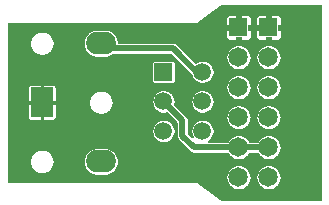
<source format=gtl>
%FSLAX33Y33*%
%MOMM*%
%AMRR-H1920000-W2520000-R960000-RO0.000*
21,1,0.6,1.92,0.,0.,360*
1,1,1.92,-0.3,0.*
1,1,1.92,0.3,0.*
1,1,1.92,0.3,-0.*
1,1,1.92,-0.3,0.*%
%AMRect-W1500000-H1500000-RO0.500*
21,1,1.5,1.5,0.,0.,270*%
%ADD10C,0.0508*%
%ADD11C,0.508*%
%ADD12R,1.65X1.65*%
%ADD13C,1.65*%
%ADD14R,1.92X2.52*%
%ADD15RR-H1920000-W2520000-R960000-RO0.000*%
%ADD16C,1.5*%
%ADD17Rect-W1500000-H1500000-RO0.500*%
D10*
%LNpour fill*%
G01*
X27000Y17000D02*
X27000Y17000D01*
X18500Y17000*
X16500Y15500*
X16500Y15500*
X0500Y15500*
X0500Y2000*
X16500Y2000*
X16500Y2000*
X18500Y0500*
X27000Y0500*
X27000Y17000*
X20825Y14071D02*
X20200Y14071D01*
X20200Y14326*
X19800Y14326*
X19800Y14071*
X19175Y14071*
X19143Y14073*
X19112Y14081*
X19082Y14093*
X19055Y14110*
X19031Y14131*
X19010Y14155*
X18993Y14182*
X18981Y14212*
X18973Y14243*
X18971Y14275*
X18971Y14900*
X19226Y14900*
X19226Y15300*
X18971Y15300*
X18971Y15925*
X18973Y15957*
X18981Y15988*
X18993Y16018*
X19010Y16045*
X19031Y16069*
X19055Y16090*
X19082Y16107*
X19112Y16119*
X19143Y16127*
X19175Y16129*
X19800Y16129*
X19800Y15874*
X20200Y15874*
X20200Y16129*
X20825Y16129*
X20857Y16127*
X20888Y16119*
X20918Y16107*
X20945Y16090*
X20969Y16069*
X20990Y16045*
X21007Y16018*
X21019Y15988*
X21027Y15957*
X21029Y15925*
X21029Y15300*
X20774Y15300*
X20774Y14900*
X21029Y14900*
X21029Y14275*
X21027Y14243*
X21019Y14212*
X21007Y14182*
X20990Y14155*
X20969Y14131*
X20945Y14110*
X20918Y14093*
X20888Y14081*
X20857Y14073*
X20825Y14071*
X23365Y14071D02*
X22740Y14071D01*
X22740Y14326*
X22340Y14326*
X22340Y14071*
X21715Y14071*
X21683Y14073*
X21652Y14081*
X21622Y14093*
X21595Y14110*
X21571Y14131*
X21550Y14155*
X21533Y14182*
X21521Y14212*
X21513Y14243*
X21511Y14275*
X21511Y14900*
X21766Y14900*
X21766Y15300*
X21511Y15300*
X21511Y15925*
X21513Y15957*
X21521Y15988*
X21533Y16018*
X21550Y16045*
X21571Y16069*
X21595Y16090*
X21622Y16107*
X21652Y16119*
X21683Y16127*
X21715Y16129*
X22340Y16129*
X22340Y15874*
X22740Y15874*
X22740Y16129*
X23365Y16129*
X23397Y16127*
X23428Y16119*
X23458Y16107*
X23485Y16090*
X23509Y16069*
X23530Y16045*
X23547Y16018*
X23559Y15988*
X23567Y15957*
X23569Y15925*
X23569Y15300*
X23314Y15300*
X23314Y14900*
X23569Y14900*
X23569Y14275*
X23567Y14243*
X23559Y14212*
X23547Y14182*
X23530Y14155*
X23509Y14131*
X23485Y14110*
X23458Y14093*
X23428Y14081*
X23397Y14073*
X23365Y14071*
X16950Y10367D02*
X16861Y10376D01*
X16854Y10378*
X16835Y10378*
X16612Y10433*
X16408Y10540*
X16236Y10692*
X16105Y10882*
X16019Y11108*
X14260Y12867*
X9409Y12867*
X9232Y12743*
X9048Y12657*
X8852Y12604*
X8650Y12587*
X8050Y12587*
X7848Y12604*
X7652Y12657*
X7468Y12743*
X7302Y12859*
X7159Y13002*
X7043Y13168*
X6957Y13352*
X6904Y13548*
X6887Y13750*
X6904Y13952*
X6957Y14148*
X7043Y14332*
X7159Y14498*
X7302Y14641*
X7468Y14757*
X7652Y14843*
X7848Y14896*
X8050Y14913*
X8650Y14913*
X8852Y14896*
X9048Y14843*
X9232Y14757*
X9398Y14641*
X9541Y14498*
X9657Y14332*
X9743Y14148*
X9796Y13952*
X9810Y13783*
X14450Y13783*
X14539Y13774*
X14625Y13748*
X14705Y13706*
X14774Y13649*
X16357Y12066*
X16408Y12110*
X16612Y12217*
X16835Y12272*
X17065Y12272*
X17288Y12217*
X17492Y12110*
X17664Y11958*
X17795Y11768*
X17876Y11553*
X17904Y11325*
X17876Y11097*
X17795Y10882*
X17664Y10692*
X17492Y10540*
X17288Y10433*
X17065Y10378*
X17046Y10378*
X17039Y10376*
X16950Y10367*
X3471Y12753D02*
X3229Y12753D01*
X2994Y12811*
X2780Y12924*
X2598Y13084*
X2461Y13283*
X2375Y13510*
X2346Y13750*
X2375Y13990*
X2461Y14217*
X2598Y14416*
X2780Y14576*
X2994Y14689*
X3229Y14747*
X3471Y14747*
X3706Y14689*
X3920Y14576*
X4102Y14416*
X4239Y14217*
X4325Y13990*
X4354Y13750*
X4325Y13510*
X4239Y13283*
X4102Y13084*
X3920Y12924*
X3706Y12811*
X3471Y12753*
X20124Y11538D02*
X19876Y11538D01*
X19635Y11598*
X19415Y11713*
X19230Y11878*
X19089Y12082*
X19001Y12314*
X18971Y12560*
X19001Y12806*
X19089Y13038*
X19230Y13242*
X19415Y13407*
X19635Y13522*
X19876Y13582*
X20124Y13582*
X20365Y13522*
X20585Y13407*
X20770Y13242*
X20911Y13038*
X20999Y12806*
X21029Y12560*
X20999Y12314*
X20911Y12082*
X20770Y11878*
X20585Y11713*
X20365Y11598*
X20124Y11538*
X22664Y11538D02*
X22416Y11538D01*
X22175Y11598*
X21955Y11713*
X21770Y11878*
X21629Y12082*
X21541Y12314*
X21511Y12560*
X21541Y12806*
X21629Y13038*
X21770Y13242*
X21955Y13407*
X22175Y13522*
X22416Y13582*
X22664Y13582*
X22905Y13522*
X23125Y13407*
X23310Y13242*
X23451Y13038*
X23539Y12806*
X23569Y12560*
X23539Y12314*
X23451Y12082*
X23310Y11878*
X23125Y11713*
X22905Y11598*
X22664Y11538*
X14400Y10371D02*
X12900Y10371D01*
X12868Y10373*
X12837Y10381*
X12807Y10393*
X12780Y10410*
X12756Y10431*
X12735Y10455*
X12718Y10482*
X12706Y10512*
X12698Y10543*
X12696Y10575*
X12696Y12075*
X12698Y12107*
X12706Y12138*
X12718Y12168*
X12735Y12195*
X12756Y12219*
X12780Y12240*
X12807Y12257*
X12837Y12269*
X12868Y12277*
X12900Y12279*
X14400Y12279*
X14432Y12277*
X14463Y12269*
X14493Y12257*
X14520Y12240*
X14544Y12219*
X14565Y12195*
X14582Y12168*
X14594Y12138*
X14602Y12107*
X14604Y12075*
X14604Y10575*
X14602Y10543*
X14594Y10512*
X14582Y10482*
X14565Y10455*
X14544Y10431*
X14520Y10410*
X14493Y10393*
X14463Y10381*
X14432Y10373*
X14400Y10371*
X20124Y8998D02*
X19876Y8998D01*
X19635Y9058*
X19415Y9173*
X19230Y9338*
X19089Y9542*
X19001Y9774*
X18971Y10020*
X19001Y10266*
X19089Y10498*
X19230Y10702*
X19415Y10867*
X19635Y10982*
X19876Y11042*
X20124Y11042*
X20365Y10982*
X20585Y10867*
X20770Y10702*
X20911Y10498*
X20999Y10266*
X21029Y10020*
X20999Y9774*
X20911Y9542*
X20770Y9338*
X20585Y9173*
X20365Y9058*
X20124Y8998*
X22664Y8998D02*
X22416Y8998D01*
X22175Y9058*
X21955Y9173*
X21770Y9338*
X21629Y9542*
X21541Y9774*
X21511Y10020*
X21541Y10266*
X21629Y10498*
X21770Y10702*
X21955Y10867*
X22175Y10982*
X22416Y11042*
X22664Y11042*
X22905Y10982*
X23125Y10867*
X23310Y10702*
X23451Y10498*
X23539Y10266*
X23569Y10020*
X23539Y9774*
X23451Y9542*
X23310Y9338*
X23125Y9173*
X22905Y9058*
X22664Y8998*
X4310Y7286D02*
X3452Y7286D01*
X3452Y7541*
X3248Y7541*
X3248Y7286*
X2390Y7286*
X2358Y7288*
X2327Y7296*
X2297Y7308*
X2270Y7325*
X2246Y7346*
X2225Y7370*
X2208Y7397*
X2196Y7427*
X2188Y7458*
X2186Y7490*
X2186Y8648*
X2441Y8648*
X2441Y8852*
X2186Y8852*
X2186Y10010*
X2188Y10042*
X2196Y10073*
X2208Y10103*
X2225Y10130*
X2246Y10154*
X2270Y10175*
X2297Y10192*
X2327Y10204*
X2358Y10212*
X2390Y10214*
X3248Y10214*
X3248Y9959*
X3452Y9959*
X3452Y10214*
X4310Y10214*
X4342Y10212*
X4373Y10204*
X4403Y10192*
X4430Y10175*
X4454Y10154*
X4475Y10130*
X4492Y10103*
X4504Y10073*
X4512Y10042*
X4514Y10010*
X4514Y8852*
X4259Y8852*
X4259Y8648*
X4514Y8648*
X4514Y7490*
X4512Y7458*
X4504Y7427*
X4492Y7397*
X4475Y7370*
X4454Y7346*
X4430Y7325*
X4403Y7308*
X4373Y7296*
X4342Y7288*
X4310Y7286*
X20124Y3918D02*
X19876Y3918D01*
X19635Y3978*
X19415Y4093*
X19230Y4258*
X19075Y4482*
X16235Y4482*
X16146Y4491*
X16060Y4517*
X15980Y4559*
X15911Y4616*
X14926Y5601*
X14869Y5670*
X14827Y5750*
X14801Y5836*
X14792Y5925*
X14792Y7035*
X13913Y7914*
X13765Y7878*
X13535Y7878*
X13312Y7933*
X13108Y8040*
X12936Y8192*
X12805Y8382*
X12724Y8597*
X12696Y8825*
X12724Y9053*
X12805Y9268*
X12936Y9458*
X13108Y9610*
X13312Y9717*
X13535Y9772*
X13765Y9772*
X13988Y9717*
X14192Y9610*
X14364Y9458*
X14495Y9268*
X14576Y9053*
X14604Y8825*
X14576Y8597*
X14563Y8560*
X15574Y7549*
X15631Y7480*
X15673Y7400*
X15699Y7314*
X15708Y7225*
X15708Y6115*
X16032Y5791*
X16118Y5847*
X16024Y6097*
X15996Y6325*
X16024Y6553*
X16105Y6768*
X16236Y6958*
X16408Y7110*
X16612Y7217*
X16835Y7272*
X17065Y7272*
X17288Y7217*
X17492Y7110*
X17664Y6958*
X17795Y6768*
X17876Y6553*
X17904Y6325*
X17876Y6097*
X17795Y5882*
X17664Y5692*
X17492Y5540*
X17406Y5495*
X17430Y5398*
X19075Y5398*
X19230Y5622*
X19415Y5787*
X19635Y5902*
X19876Y5962*
X20124Y5962*
X20365Y5902*
X20585Y5787*
X20770Y5622*
X20925Y5398*
X21615Y5398*
X21770Y5622*
X21955Y5787*
X22175Y5902*
X22416Y5962*
X22664Y5962*
X22905Y5902*
X23125Y5787*
X23310Y5622*
X23451Y5418*
X23539Y5186*
X23569Y4940*
X23539Y4694*
X23451Y4462*
X23310Y4258*
X23125Y4093*
X22905Y3978*
X22664Y3918*
X22416Y3918*
X22175Y3978*
X21955Y4093*
X21770Y4258*
X21615Y4482*
X20925Y4482*
X20770Y4258*
X20585Y4093*
X20365Y3978*
X20124Y3918*
X17065Y7878D02*
X16835Y7878D01*
X16612Y7933*
X16408Y8040*
X16236Y8192*
X16105Y8382*
X16024Y8597*
X15996Y8825*
X16024Y9053*
X16105Y9268*
X16236Y9458*
X16408Y9610*
X16612Y9717*
X16835Y9772*
X17065Y9772*
X17288Y9717*
X17492Y9610*
X17664Y9458*
X17795Y9268*
X17876Y9053*
X17904Y8825*
X17876Y8597*
X17795Y8382*
X17664Y8192*
X17492Y8040*
X17288Y7933*
X17065Y7878*
X8471Y7753D02*
X8229Y7753D01*
X7994Y7811*
X7780Y7924*
X7598Y8084*
X7461Y8283*
X7375Y8510*
X7346Y8750*
X7375Y8990*
X7461Y9217*
X7598Y9416*
X7780Y9576*
X7994Y9689*
X8229Y9747*
X8471Y9747*
X8706Y9689*
X8920Y9576*
X9102Y9416*
X9239Y9217*
X9325Y8990*
X9354Y8750*
X9325Y8510*
X9239Y8283*
X9102Y8084*
X8920Y7924*
X8706Y7811*
X8471Y7753*
X20124Y6458D02*
X19876Y6458D01*
X19635Y6518*
X19415Y6633*
X19230Y6798*
X19089Y7002*
X19001Y7234*
X18971Y7480*
X19001Y7726*
X19089Y7958*
X19230Y8162*
X19415Y8327*
X19635Y8442*
X19876Y8502*
X20124Y8502*
X20365Y8442*
X20585Y8327*
X20770Y8162*
X20911Y7958*
X20999Y7726*
X21029Y7480*
X20999Y7234*
X20911Y7002*
X20770Y6798*
X20585Y6633*
X20365Y6518*
X20124Y6458*
X22664Y6458D02*
X22416Y6458D01*
X22175Y6518*
X21955Y6633*
X21770Y6798*
X21629Y7002*
X21541Y7234*
X21511Y7480*
X21541Y7726*
X21629Y7958*
X21770Y8162*
X21955Y8327*
X22175Y8442*
X22416Y8502*
X22664Y8502*
X22905Y8442*
X23125Y8327*
X23310Y8162*
X23451Y7958*
X23539Y7726*
X23569Y7480*
X23539Y7234*
X23451Y7002*
X23310Y6798*
X23125Y6633*
X22905Y6518*
X22664Y6458*
X13765Y5378D02*
X13535Y5378D01*
X13312Y5433*
X13108Y5540*
X12936Y5692*
X12805Y5882*
X12724Y6097*
X12696Y6325*
X12724Y6553*
X12805Y6768*
X12936Y6958*
X13108Y7110*
X13312Y7217*
X13535Y7272*
X13765Y7272*
X13988Y7217*
X14192Y7110*
X14364Y6958*
X14495Y6768*
X14576Y6553*
X14604Y6325*
X14576Y6097*
X14495Y5882*
X14364Y5692*
X14192Y5540*
X13988Y5433*
X13765Y5378*
X8650Y2587D02*
X8050Y2587D01*
X7848Y2604*
X7652Y2657*
X7468Y2743*
X7302Y2859*
X7159Y3002*
X7043Y3168*
X6957Y3352*
X6904Y3548*
X6887Y3750*
X6904Y3952*
X6957Y4148*
X7043Y4332*
X7159Y4498*
X7302Y4641*
X7468Y4757*
X7652Y4843*
X7848Y4896*
X8050Y4913*
X8650Y4913*
X8852Y4896*
X9048Y4843*
X9232Y4757*
X9398Y4641*
X9541Y4498*
X9657Y4332*
X9743Y4148*
X9796Y3952*
X9813Y3750*
X9796Y3548*
X9743Y3352*
X9657Y3168*
X9541Y3002*
X9398Y2859*
X9232Y2743*
X9048Y2657*
X8852Y2604*
X8650Y2587*
X3471Y2753D02*
X3229Y2753D01*
X2994Y2811*
X2780Y2924*
X2598Y3084*
X2461Y3283*
X2375Y3510*
X2346Y3750*
X2375Y3990*
X2461Y4217*
X2598Y4416*
X2780Y4576*
X2994Y4689*
X3229Y4747*
X3471Y4747*
X3706Y4689*
X3920Y4576*
X4102Y4416*
X4239Y4217*
X4325Y3990*
X4354Y3750*
X4325Y3510*
X4239Y3283*
X4102Y3084*
X3920Y2924*
X3706Y2811*
X3471Y2753*
X20124Y1378D02*
X19876Y1378D01*
X19635Y1438*
X19415Y1553*
X19230Y1718*
X19089Y1922*
X19001Y2154*
X18971Y2400*
X19001Y2646*
X19089Y2878*
X19230Y3082*
X19415Y3247*
X19635Y3362*
X19876Y3422*
X20124Y3422*
X20365Y3362*
X20585Y3247*
X20770Y3082*
X20911Y2878*
X20999Y2646*
X21029Y2400*
X20999Y2154*
X20911Y1922*
X20770Y1718*
X20585Y1553*
X20365Y1438*
X20124Y1378*
X22664Y1378D02*
X22416Y1378D01*
X22175Y1438*
X21955Y1553*
X21770Y1718*
X21629Y1922*
X21541Y2154*
X21511Y2400*
X21541Y2646*
X21629Y2878*
X21770Y3082*
X21955Y3247*
X22175Y3362*
X22416Y3422*
X22664Y3422*
X22905Y3362*
X23125Y3247*
X23310Y3082*
X23451Y2878*
X23539Y2646*
X23569Y2400*
X23539Y2154*
X23451Y1922*
X23310Y1718*
X23125Y1553*
X22905Y1438*
X22664Y1378*
X18434Y0550D02*
X27000Y0550D01*
X18368Y0599D02*
X27000Y0599D01*
X18302Y0649D02*
X27000Y0649D01*
X18236Y0698D02*
X27000Y0698D01*
X18170Y0748D02*
X27000Y0748D01*
X18104Y0797D02*
X27000Y0797D01*
X18038Y0847D02*
X27000Y0847D01*
X17972Y0896D02*
X27000Y0896D01*
X17906Y0946D02*
X27000Y0946D01*
X17840Y0995D02*
X27000Y0995D01*
X17774Y1045D02*
X27000Y1045D01*
X17708Y1094D02*
X27000Y1094D01*
X17641Y1144D02*
X27000Y1144D01*
X17575Y1193D02*
X27000Y1193D01*
X17509Y1243D02*
X27000Y1243D01*
X17443Y1292D02*
X27000Y1292D01*
X17377Y1342D02*
X27000Y1342D01*
X17311Y1392D02*
X19821Y1392D01*
X20179Y1392D02*
X22361Y1392D01*
X22719Y1392D02*
X27000Y1392D01*
X17245Y1441D02*
X19628Y1441D01*
X20372Y1441D02*
X22168Y1441D01*
X22912Y1441D02*
X27000Y1441D01*
X17179Y1491D02*
X19534Y1491D01*
X20466Y1491D02*
X22074Y1491D01*
X23006Y1491D02*
X27000Y1491D01*
X17113Y1540D02*
X19439Y1540D01*
X20561Y1540D02*
X21979Y1540D01*
X23101Y1540D02*
X27000Y1540D01*
X17047Y1590D02*
X19374Y1590D01*
X20626Y1590D02*
X21914Y1590D01*
X23166Y1590D02*
X27000Y1590D01*
X16981Y1639D02*
X19318Y1639D01*
X20682Y1639D02*
X21858Y1639D01*
X23222Y1639D02*
X27000Y1639D01*
X16915Y1689D02*
X19262Y1689D01*
X20738Y1689D02*
X21802Y1689D01*
X23278Y1689D02*
X27000Y1689D01*
X16849Y1738D02*
X19215Y1738D01*
X20785Y1738D02*
X21755Y1738D01*
X23325Y1738D02*
X27000Y1738D01*
X16783Y1788D02*
X19181Y1788D01*
X20819Y1788D02*
X21721Y1788D01*
X23359Y1788D02*
X27000Y1788D01*
X16717Y1837D02*
X19147Y1837D01*
X20853Y1837D02*
X21687Y1837D01*
X23393Y1837D02*
X27000Y1837D01*
X16651Y1887D02*
X19112Y1887D01*
X20888Y1887D02*
X21652Y1887D01*
X23428Y1887D02*
X27000Y1887D01*
X16585Y1936D02*
X19083Y1936D01*
X20917Y1936D02*
X21623Y1936D01*
X23457Y1936D02*
X27000Y1936D01*
X16519Y1986D02*
X19064Y1986D01*
X20936Y1986D02*
X21604Y1986D01*
X23476Y1986D02*
X27000Y1986D01*
X0500Y2035D02*
X19045Y2035D01*
X20955Y2035D02*
X21585Y2035D01*
X23495Y2035D02*
X27000Y2035D01*
X0500Y2085D02*
X19027Y2085D01*
X20973Y2085D02*
X21567Y2085D01*
X23513Y2085D02*
X27000Y2085D01*
X0500Y2134D02*
X19008Y2134D01*
X20992Y2134D02*
X21548Y2134D01*
X23532Y2134D02*
X27000Y2134D01*
X0500Y2184D02*
X18997Y2184D01*
X21003Y2184D02*
X21537Y2184D01*
X23543Y2184D02*
X27000Y2184D01*
X0500Y2234D02*
X18991Y2234D01*
X21009Y2234D02*
X21531Y2234D01*
X23549Y2234D02*
X27000Y2234D01*
X0500Y2283D02*
X18985Y2283D01*
X21015Y2283D02*
X21525Y2283D01*
X23555Y2283D02*
X27000Y2283D01*
X0500Y2333D02*
X18979Y2333D01*
X21021Y2333D02*
X21519Y2333D01*
X23561Y2333D02*
X27000Y2333D01*
X0500Y2382D02*
X18973Y2382D01*
X21027Y2382D02*
X21513Y2382D01*
X23567Y2382D02*
X27000Y2382D01*
X0500Y2432D02*
X18974Y2432D01*
X21026Y2432D02*
X21514Y2432D01*
X23566Y2432D02*
X27000Y2432D01*
X0500Y2481D02*
X18980Y2481D01*
X21020Y2481D02*
X21520Y2481D01*
X23560Y2481D02*
X27000Y2481D01*
X0500Y2531D02*
X18986Y2531D01*
X21014Y2531D02*
X21526Y2531D01*
X23554Y2531D02*
X27000Y2531D01*
X0500Y2580D02*
X18992Y2580D01*
X21008Y2580D02*
X21532Y2580D01*
X23548Y2580D02*
X27000Y2580D01*
X0500Y2630D02*
X7753Y2630D01*
X8947Y2630D02*
X18998Y2630D01*
X21002Y2630D02*
X21538Y2630D01*
X23542Y2630D02*
X27000Y2630D01*
X0500Y2679D02*
X7604Y2679D01*
X9096Y2679D02*
X19013Y2679D01*
X20987Y2679D02*
X21553Y2679D01*
X23527Y2679D02*
X27000Y2679D01*
X0500Y2729D02*
X7497Y2729D01*
X9203Y2729D02*
X19032Y2729D01*
X20968Y2729D02*
X21572Y2729D01*
X23508Y2729D02*
X27000Y2729D01*
X0500Y2778D02*
X3125Y2778D01*
X3575Y2778D02*
X7417Y2778D01*
X9283Y2778D02*
X19051Y2778D01*
X20949Y2778D02*
X21591Y2778D01*
X23489Y2778D02*
X27000Y2778D01*
X0500Y2828D02*
X2961Y2828D01*
X3739Y2828D02*
X7346Y2828D01*
X9354Y2828D02*
X19069Y2828D01*
X20931Y2828D02*
X21609Y2828D01*
X23471Y2828D02*
X27000Y2828D01*
X0500Y2877D02*
X2867Y2877D01*
X3833Y2877D02*
X7283Y2877D01*
X9417Y2877D02*
X19088Y2877D01*
X20912Y2877D02*
X21628Y2877D01*
X23452Y2877D02*
X27000Y2877D01*
X0500Y2927D02*
X2775Y2927D01*
X3925Y2927D02*
X7234Y2927D01*
X9466Y2927D02*
X19122Y2927D01*
X20878Y2927D02*
X21662Y2927D01*
X23418Y2927D02*
X27000Y2927D01*
X0500Y2977D02*
X2719Y2977D01*
X3981Y2977D02*
X7184Y2977D01*
X9516Y2977D02*
X19156Y2977D01*
X20844Y2977D02*
X21696Y2977D01*
X23384Y2977D02*
X27000Y2977D01*
X0500Y3026D02*
X2663Y3026D01*
X4036Y3026D02*
X7142Y3026D01*
X9558Y3026D02*
X19190Y3026D01*
X20810Y3026D02*
X21730Y3026D01*
X23350Y3026D02*
X27000Y3026D01*
X0500Y3076D02*
X2608Y3076D01*
X4092Y3076D02*
X7107Y3076D01*
X9593Y3076D02*
X19225Y3076D01*
X20775Y3076D02*
X21765Y3076D01*
X23315Y3076D02*
X27000Y3076D01*
X0500Y3125D02*
X2570Y3125D01*
X4130Y3125D02*
X7073Y3125D01*
X9627Y3125D02*
X19277Y3125D01*
X20723Y3125D02*
X21817Y3125D01*
X23263Y3125D02*
X27000Y3125D01*
X0500Y3175D02*
X2536Y3175D01*
X4164Y3175D02*
X7039Y3175D01*
X9661Y3175D02*
X19333Y3175D01*
X20667Y3175D02*
X21873Y3175D01*
X23207Y3175D02*
X27000Y3175D01*
X0500Y3224D02*
X2501Y3224D01*
X4199Y3224D02*
X7016Y3224D01*
X9684Y3224D02*
X19389Y3224D01*
X20611Y3224D02*
X21929Y3224D01*
X23151Y3224D02*
X27000Y3224D01*
X0500Y3274D02*
X2467Y3274D01*
X4233Y3274D02*
X6993Y3274D01*
X9707Y3274D02*
X19466Y3274D01*
X20534Y3274D02*
X22006Y3274D01*
X23074Y3274D02*
X27000Y3274D01*
X0500Y3323D02*
X2445Y3323D01*
X4255Y3323D02*
X6970Y3323D01*
X9730Y3323D02*
X19560Y3323D01*
X20440Y3323D02*
X22100Y3323D01*
X22980Y3323D02*
X27000Y3323D01*
X0500Y3373D02*
X2427Y3373D01*
X4273Y3373D02*
X6951Y3373D01*
X9749Y3373D02*
X19676Y3373D01*
X20324Y3373D02*
X22216Y3373D01*
X22864Y3373D02*
X27000Y3373D01*
X0500Y3422D02*
X2408Y3422D01*
X4292Y3422D02*
X6938Y3422D01*
X9762Y3422D02*
X27000Y3422D01*
X0500Y3472D02*
X2389Y3472D01*
X4311Y3472D02*
X6925Y3472D01*
X9775Y3472D02*
X27000Y3472D01*
X0500Y3521D02*
X2373Y3521D01*
X4327Y3521D02*
X6911Y3521D01*
X9789Y3521D02*
X27000Y3521D01*
X0500Y3571D02*
X2367Y3571D01*
X4333Y3571D02*
X6902Y3571D01*
X9798Y3571D02*
X27000Y3571D01*
X0500Y3620D02*
X2361Y3620D01*
X4339Y3620D02*
X6898Y3620D01*
X9802Y3620D02*
X27000Y3620D01*
X0500Y3670D02*
X2355Y3670D01*
X4345Y3670D02*
X6894Y3670D01*
X9806Y3670D02*
X27000Y3670D01*
X0500Y3719D02*
X2349Y3719D01*
X4351Y3719D02*
X6889Y3719D01*
X9811Y3719D02*
X27000Y3719D01*
X0500Y3769D02*
X2348Y3769D01*
X4352Y3769D02*
X6888Y3769D01*
X9812Y3769D02*
X27000Y3769D01*
X0500Y3819D02*
X2354Y3819D01*
X4346Y3819D02*
X6893Y3819D01*
X9807Y3819D02*
X27000Y3819D01*
X0500Y3868D02*
X2360Y3868D01*
X4340Y3868D02*
X6897Y3868D01*
X9803Y3868D02*
X27000Y3868D01*
X0500Y3918D02*
X2366Y3918D01*
X4334Y3918D02*
X6901Y3918D01*
X9799Y3918D02*
X27000Y3918D01*
X0500Y3967D02*
X2372Y3967D01*
X4328Y3967D02*
X6908Y3967D01*
X9792Y3967D02*
X19677Y3967D01*
X20323Y3967D02*
X22217Y3967D01*
X22863Y3967D02*
X27000Y3967D01*
X0500Y4017D02*
X2385Y4017D01*
X4315Y4017D02*
X6922Y4017D01*
X9778Y4017D02*
X19560Y4017D01*
X20440Y4017D02*
X22100Y4017D01*
X22980Y4017D02*
X27000Y4017D01*
X0500Y4066D02*
X2403Y4066D01*
X4297Y4066D02*
X6935Y4066D01*
X9765Y4066D02*
X19466Y4066D01*
X20534Y4066D02*
X22006Y4066D01*
X23074Y4066D02*
X27000Y4066D01*
X0500Y4116D02*
X2422Y4116D01*
X4278Y4116D02*
X6948Y4116D01*
X9752Y4116D02*
X19389Y4116D01*
X20611Y4116D02*
X21929Y4116D01*
X23151Y4116D02*
X27000Y4116D01*
X0500Y4165D02*
X2441Y4165D01*
X4259Y4165D02*
X6965Y4165D01*
X9735Y4165D02*
X19333Y4165D01*
X20667Y4165D02*
X21873Y4165D01*
X23207Y4165D02*
X27000Y4165D01*
X0500Y4215D02*
X2460Y4215D01*
X4240Y4215D02*
X6988Y4215D01*
X9712Y4215D02*
X19278Y4215D01*
X20722Y4215D02*
X21818Y4215D01*
X23262Y4215D02*
X27000Y4215D01*
X0500Y4264D02*
X2493Y4264D01*
X4207Y4264D02*
X7011Y4264D01*
X9689Y4264D02*
X19225Y4264D01*
X20775Y4264D02*
X21765Y4264D01*
X23315Y4264D02*
X27000Y4264D01*
X0500Y4314D02*
X2528Y4314D01*
X4172Y4314D02*
X7034Y4314D01*
X9666Y4314D02*
X19190Y4314D01*
X20810Y4314D02*
X21730Y4314D01*
X23350Y4314D02*
X27000Y4314D01*
X0500Y4363D02*
X2562Y4363D01*
X4138Y4363D02*
X7065Y4363D01*
X9635Y4363D02*
X19156Y4363D01*
X20844Y4363D02*
X21696Y4363D01*
X23384Y4363D02*
X27000Y4363D01*
X0500Y4413D02*
X2596Y4413D01*
X4104Y4413D02*
X7099Y4413D01*
X9601Y4413D02*
X19122Y4413D01*
X20878Y4413D02*
X21662Y4413D01*
X23418Y4413D02*
X27000Y4413D01*
X0500Y4462D02*
X2650Y4462D01*
X4050Y4462D02*
X7134Y4462D01*
X9566Y4462D02*
X19088Y4462D01*
X20912Y4462D02*
X21628Y4462D01*
X23452Y4462D02*
X27000Y4462D01*
X0500Y4512D02*
X2706Y4512D01*
X3994Y4512D02*
X7173Y4512D01*
X9527Y4512D02*
X16074Y4512D01*
X23471Y4512D02*
X27000Y4512D01*
X0500Y4561D02*
X2762Y4561D01*
X3938Y4561D02*
X7222Y4561D01*
X9478Y4561D02*
X15977Y4561D01*
X23489Y4561D02*
X27000Y4561D01*
X0500Y4611D02*
X2845Y4611D01*
X3855Y4611D02*
X7272Y4611D01*
X9428Y4611D02*
X15917Y4611D01*
X23508Y4611D02*
X27000Y4611D01*
X0500Y4661D02*
X2939Y4661D01*
X3761Y4661D02*
X7330Y4661D01*
X9370Y4661D02*
X15866Y4661D01*
X23527Y4661D02*
X27000Y4661D01*
X0500Y4710D02*
X3078Y4710D01*
X3622Y4710D02*
X7400Y4710D01*
X9300Y4710D02*
X15817Y4710D01*
X23542Y4710D02*
X27000Y4710D01*
X0500Y4760D02*
X7473Y4760D01*
X9227Y4760D02*
X15767Y4760D01*
X23548Y4760D02*
X27000Y4760D01*
X0500Y4809D02*
X7579Y4809D01*
X9121Y4809D02*
X15718Y4809D01*
X23554Y4809D02*
X27000Y4809D01*
X0500Y4859D02*
X7709Y4859D01*
X8991Y4859D02*
X15668Y4859D01*
X23560Y4859D02*
X27000Y4859D01*
X0500Y4908D02*
X7990Y4908D01*
X8710Y4908D02*
X15618Y4908D01*
X23566Y4908D02*
X27000Y4908D01*
X0500Y4958D02*
X15569Y4958D01*
X23567Y4958D02*
X27000Y4958D01*
X0500Y5007D02*
X15519Y5007D01*
X23561Y5007D02*
X27000Y5007D01*
X0500Y5057D02*
X15470Y5057D01*
X23555Y5057D02*
X27000Y5057D01*
X0500Y5106D02*
X15420Y5106D01*
X23549Y5106D02*
X27000Y5106D01*
X0500Y5156D02*
X15371Y5156D01*
X23543Y5156D02*
X27000Y5156D01*
X0500Y5205D02*
X15321Y5205D01*
X23532Y5205D02*
X27000Y5205D01*
X0500Y5255D02*
X15272Y5255D01*
X23514Y5255D02*
X27000Y5255D01*
X0500Y5304D02*
X15222Y5304D01*
X23495Y5304D02*
X27000Y5304D01*
X0500Y5354D02*
X15173Y5354D01*
X23476Y5354D02*
X27000Y5354D01*
X0500Y5403D02*
X13430Y5403D01*
X13870Y5403D02*
X15123Y5403D01*
X17429Y5403D02*
X19078Y5403D01*
X20922Y5403D02*
X21618Y5403D01*
X23457Y5403D02*
X27000Y5403D01*
X0500Y5453D02*
X13273Y5453D01*
X14027Y5453D02*
X15074Y5453D01*
X17417Y5453D02*
X19112Y5453D01*
X20888Y5453D02*
X21652Y5453D01*
X23428Y5453D02*
X27000Y5453D01*
X0500Y5503D02*
X13178Y5503D01*
X14122Y5503D02*
X15024Y5503D01*
X17422Y5503D02*
X19147Y5503D01*
X20853Y5503D02*
X21687Y5503D01*
X23393Y5503D02*
X27000Y5503D01*
X0500Y5552D02*
X13094Y5552D01*
X14206Y5552D02*
X14975Y5552D01*
X17506Y5552D02*
X19181Y5552D01*
X20819Y5552D02*
X21721Y5552D01*
X23359Y5552D02*
X27000Y5552D01*
X0500Y5602D02*
X13038Y5602D01*
X14262Y5602D02*
X14925Y5602D01*
X17562Y5602D02*
X19215Y5602D01*
X20785Y5602D02*
X21755Y5602D01*
X23325Y5602D02*
X27000Y5602D01*
X0500Y5651D02*
X12982Y5651D01*
X14318Y5651D02*
X14885Y5651D01*
X17618Y5651D02*
X19262Y5651D01*
X20738Y5651D02*
X21802Y5651D01*
X23278Y5651D02*
X27000Y5651D01*
X0500Y5701D02*
X12930Y5701D01*
X14370Y5701D02*
X14853Y5701D01*
X17670Y5701D02*
X19317Y5701D01*
X20683Y5701D02*
X21857Y5701D01*
X23223Y5701D02*
X27000Y5701D01*
X0500Y5750D02*
X12895Y5750D01*
X14405Y5750D02*
X14826Y5750D01*
X17705Y5750D02*
X19373Y5750D01*
X20627Y5750D02*
X21913Y5750D01*
X23167Y5750D02*
X27000Y5750D01*
X0500Y5800D02*
X12861Y5800D01*
X14439Y5800D02*
X14811Y5800D01*
X16024Y5800D02*
X16046Y5800D01*
X17739Y5800D02*
X19439Y5800D01*
X20561Y5800D02*
X21979Y5800D01*
X23101Y5800D02*
X27000Y5800D01*
X0500Y5849D02*
X12827Y5849D01*
X14473Y5849D02*
X14799Y5849D01*
X15974Y5849D02*
X16117Y5849D01*
X17773Y5849D02*
X19533Y5849D01*
X20467Y5849D02*
X22073Y5849D01*
X23007Y5849D02*
X27000Y5849D01*
X0500Y5899D02*
X12798Y5899D01*
X14502Y5899D02*
X14794Y5899D01*
X15925Y5899D02*
X16098Y5899D01*
X17802Y5899D02*
X19628Y5899D01*
X20372Y5899D02*
X22168Y5899D01*
X22912Y5899D02*
X27000Y5899D01*
X0500Y5948D02*
X12780Y5948D01*
X14520Y5948D02*
X14792Y5948D01*
X15875Y5948D02*
X16080Y5948D01*
X17820Y5948D02*
X19821Y5948D01*
X20179Y5948D02*
X22361Y5948D01*
X22719Y5948D02*
X27000Y5948D01*
X0500Y5998D02*
X12761Y5998D01*
X14539Y5998D02*
X14792Y5998D01*
X15826Y5998D02*
X16061Y5998D01*
X17839Y5998D02*
X27000Y5998D01*
X0500Y6047D02*
X12742Y6047D01*
X14558Y6047D02*
X14792Y6047D01*
X15776Y6047D02*
X16042Y6047D01*
X17858Y6047D02*
X27000Y6047D01*
X0500Y6097D02*
X12723Y6097D01*
X14577Y6097D02*
X14792Y6097D01*
X15726Y6097D02*
X16023Y6097D01*
X17877Y6097D02*
X27000Y6097D01*
X0500Y6146D02*
X12717Y6146D01*
X14583Y6146D02*
X14792Y6146D01*
X15708Y6146D02*
X16017Y6146D01*
X17883Y6146D02*
X27000Y6146D01*
X0500Y6196D02*
X12711Y6196D01*
X14589Y6196D02*
X14792Y6196D01*
X15708Y6196D02*
X16011Y6196D01*
X17889Y6196D02*
X27000Y6196D01*
X0500Y6245D02*
X12705Y6245D01*
X14595Y6245D02*
X14792Y6245D01*
X15708Y6245D02*
X16005Y6245D01*
X17895Y6245D02*
X27000Y6245D01*
X0500Y6295D02*
X12699Y6295D01*
X14601Y6295D02*
X14792Y6295D01*
X15708Y6295D02*
X15999Y6295D01*
X17901Y6295D02*
X27000Y6295D01*
X0500Y6345D02*
X12698Y6345D01*
X14602Y6345D02*
X14792Y6345D01*
X15708Y6345D02*
X15998Y6345D01*
X17902Y6345D02*
X27000Y6345D01*
X0500Y6394D02*
X12704Y6394D01*
X14596Y6394D02*
X14792Y6394D01*
X15708Y6394D02*
X16004Y6394D01*
X17896Y6394D02*
X27000Y6394D01*
X0500Y6444D02*
X12710Y6444D01*
X14590Y6444D02*
X14792Y6444D01*
X15708Y6444D02*
X16010Y6444D01*
X17890Y6444D02*
X27000Y6444D01*
X0500Y6493D02*
X12716Y6493D01*
X14584Y6493D02*
X14792Y6493D01*
X15708Y6493D02*
X16016Y6493D01*
X17884Y6493D02*
X19734Y6493D01*
X20266Y6493D02*
X22274Y6493D01*
X22806Y6493D02*
X27000Y6493D01*
X0500Y6543D02*
X12722Y6543D01*
X14578Y6543D02*
X14792Y6543D01*
X15708Y6543D02*
X16022Y6543D01*
X17878Y6543D02*
X19587Y6543D01*
X20413Y6543D02*
X22127Y6543D01*
X22953Y6543D02*
X27000Y6543D01*
X0500Y6592D02*
X12738Y6592D01*
X14562Y6592D02*
X14792Y6592D01*
X15708Y6592D02*
X16038Y6592D01*
X17862Y6592D02*
X19493Y6592D01*
X20507Y6592D02*
X22033Y6592D01*
X23047Y6592D02*
X27000Y6592D01*
X0500Y6642D02*
X12757Y6642D01*
X14543Y6642D02*
X14792Y6642D01*
X15708Y6642D02*
X16057Y6642D01*
X17843Y6642D02*
X19405Y6642D01*
X20595Y6642D02*
X21945Y6642D01*
X23135Y6642D02*
X27000Y6642D01*
X0500Y6691D02*
X12776Y6691D01*
X14524Y6691D02*
X14792Y6691D01*
X15708Y6691D02*
X16076Y6691D01*
X17824Y6691D02*
X19349Y6691D01*
X20651Y6691D02*
X21889Y6691D01*
X23191Y6691D02*
X27000Y6691D01*
X0500Y6741D02*
X12794Y6741D01*
X14506Y6741D02*
X14792Y6741D01*
X15708Y6741D02*
X16094Y6741D01*
X17806Y6741D02*
X19293Y6741D01*
X20707Y6741D02*
X21833Y6741D01*
X23247Y6741D02*
X27000Y6741D01*
X0500Y6790D02*
X12820Y6790D01*
X14480Y6790D02*
X14792Y6790D01*
X15708Y6790D02*
X16120Y6790D01*
X17780Y6790D02*
X19237Y6790D01*
X20763Y6790D02*
X21777Y6790D01*
X23303Y6790D02*
X27000Y6790D01*
X0500Y6840D02*
X12854Y6840D01*
X14446Y6840D02*
X14792Y6840D01*
X15708Y6840D02*
X16154Y6840D01*
X17746Y6840D02*
X19200Y6840D01*
X20800Y6840D02*
X21740Y6840D01*
X23340Y6840D02*
X27000Y6840D01*
X0500Y6889D02*
X12888Y6889D01*
X14412Y6889D02*
X14792Y6889D01*
X15708Y6889D02*
X16188Y6889D01*
X17712Y6889D02*
X19166Y6889D01*
X20834Y6889D02*
X21706Y6889D01*
X23374Y6889D02*
X27000Y6889D01*
X0500Y6939D02*
X12922Y6939D01*
X14378Y6939D02*
X14792Y6939D01*
X15708Y6939D02*
X16222Y6939D01*
X17678Y6939D02*
X19132Y6939D01*
X20868Y6939D02*
X21672Y6939D01*
X23408Y6939D02*
X27000Y6939D01*
X0500Y6988D02*
X12970Y6988D01*
X14330Y6988D02*
X14792Y6988D01*
X15708Y6988D02*
X16270Y6988D01*
X17630Y6988D02*
X19098Y6988D01*
X20902Y6988D02*
X21638Y6988D01*
X23442Y6988D02*
X27000Y6988D01*
X0500Y7038D02*
X13026Y7038D01*
X14274Y7038D02*
X14789Y7038D01*
X15708Y7038D02*
X16326Y7038D01*
X17574Y7038D02*
X19075Y7038D01*
X20925Y7038D02*
X21615Y7038D01*
X23465Y7038D02*
X27000Y7038D01*
X0500Y7087D02*
X13082Y7087D01*
X14218Y7087D02*
X14739Y7087D01*
X15708Y7087D02*
X16382Y7087D01*
X17518Y7087D02*
X19056Y7087D01*
X20944Y7087D02*
X21596Y7087D01*
X23484Y7087D02*
X27000Y7087D01*
X0500Y7137D02*
X13158Y7137D01*
X14142Y7137D02*
X14690Y7137D01*
X15708Y7137D02*
X16458Y7137D01*
X17442Y7137D02*
X19037Y7137D01*
X20963Y7137D02*
X21577Y7137D01*
X23503Y7137D02*
X27000Y7137D01*
X0500Y7187D02*
X13253Y7187D01*
X14047Y7187D02*
X14640Y7187D01*
X15708Y7187D02*
X16553Y7187D01*
X17347Y7187D02*
X19018Y7187D01*
X20982Y7187D02*
X21558Y7187D01*
X23522Y7187D02*
X27000Y7187D01*
X0500Y7236D02*
X13387Y7236D01*
X13913Y7236D02*
X14591Y7236D01*
X15707Y7236D02*
X16687Y7236D01*
X17213Y7236D02*
X19000Y7236D01*
X21000Y7236D02*
X21540Y7236D01*
X23540Y7236D02*
X27000Y7236D01*
X0500Y7286D02*
X14541Y7286D01*
X15702Y7286D02*
X18994Y7286D01*
X21006Y7286D02*
X21534Y7286D01*
X23546Y7286D02*
X27000Y7286D01*
X0500Y7335D02*
X2257Y7335D01*
X3249Y7335D02*
X3451Y7335D01*
X4443Y7335D02*
X14492Y7335D01*
X15693Y7335D02*
X18988Y7335D01*
X21012Y7335D02*
X21528Y7335D01*
X23552Y7335D02*
X27000Y7335D01*
X0500Y7385D02*
X2215Y7385D01*
X3249Y7385D02*
X3451Y7385D01*
X4485Y7385D02*
X14442Y7385D01*
X15678Y7385D02*
X18982Y7385D01*
X21018Y7385D02*
X21522Y7385D01*
X23558Y7385D02*
X27000Y7385D01*
X0500Y7434D02*
X2194Y7434D01*
X3249Y7434D02*
X3451Y7434D01*
X4506Y7434D02*
X14392Y7434D01*
X15656Y7434D02*
X18976Y7434D01*
X21024Y7434D02*
X21516Y7434D01*
X23564Y7434D02*
X27000Y7434D01*
X0500Y7484D02*
X2186Y7484D01*
X3249Y7484D02*
X3451Y7484D01*
X4514Y7484D02*
X14343Y7484D01*
X15628Y7484D02*
X18971Y7484D01*
X21029Y7484D02*
X21511Y7484D01*
X23569Y7484D02*
X27000Y7484D01*
X0500Y7533D02*
X2186Y7533D01*
X3249Y7533D02*
X3451Y7533D01*
X4514Y7533D02*
X14293Y7533D01*
X15587Y7533D02*
X18977Y7533D01*
X21023Y7533D02*
X21517Y7533D01*
X23563Y7533D02*
X27000Y7533D01*
X0500Y7583D02*
X2186Y7583D01*
X4514Y7583D02*
X14244Y7583D01*
X15541Y7583D02*
X18983Y7583D01*
X21017Y7583D02*
X21523Y7583D01*
X23557Y7583D02*
X27000Y7583D01*
X0500Y7632D02*
X2186Y7632D01*
X4514Y7632D02*
X14194Y7632D01*
X15491Y7632D02*
X18989Y7632D01*
X21011Y7632D02*
X21529Y7632D01*
X23551Y7632D02*
X27000Y7632D01*
X0500Y7682D02*
X2186Y7682D01*
X4514Y7682D02*
X14145Y7682D01*
X15442Y7682D02*
X18995Y7682D01*
X21005Y7682D02*
X21535Y7682D01*
X23545Y7682D02*
X27000Y7682D01*
X0500Y7731D02*
X2186Y7731D01*
X4514Y7731D02*
X14095Y7731D01*
X15392Y7731D02*
X19002Y7731D01*
X20998Y7731D02*
X21542Y7731D01*
X23538Y7731D02*
X27000Y7731D01*
X0500Y7781D02*
X2186Y7781D01*
X4514Y7781D02*
X8115Y7781D01*
X8585Y7781D02*
X14046Y7781D01*
X15342Y7781D02*
X19021Y7781D01*
X20979Y7781D02*
X21561Y7781D01*
X23519Y7781D02*
X27000Y7781D01*
X0500Y7830D02*
X2186Y7830D01*
X4514Y7830D02*
X7956Y7830D01*
X8744Y7830D02*
X13996Y7830D01*
X15293Y7830D02*
X19040Y7830D01*
X20960Y7830D02*
X21580Y7830D01*
X23500Y7830D02*
X27000Y7830D01*
X0500Y7880D02*
X2186Y7880D01*
X4514Y7880D02*
X7862Y7880D01*
X8838Y7880D02*
X13525Y7880D01*
X13775Y7880D02*
X13947Y7880D01*
X15243Y7880D02*
X16825Y7880D01*
X17075Y7880D02*
X19059Y7880D01*
X20941Y7880D02*
X21599Y7880D01*
X23481Y7880D02*
X27000Y7880D01*
X0500Y7929D02*
X2186Y7929D01*
X4514Y7929D02*
X7772Y7929D01*
X8928Y7929D02*
X13324Y7929D01*
X15194Y7929D02*
X16624Y7929D01*
X17276Y7929D02*
X19077Y7929D01*
X20923Y7929D02*
X21617Y7929D01*
X23463Y7929D02*
X27000Y7929D01*
X0500Y7979D02*
X2186Y7979D01*
X4514Y7979D02*
X7717Y7979D01*
X8983Y7979D02*
X13223Y7979D01*
X15144Y7979D02*
X16523Y7979D01*
X17377Y7979D02*
X19103Y7979D01*
X20897Y7979D02*
X21643Y7979D01*
X23437Y7979D02*
X27000Y7979D01*
X0500Y8029D02*
X2186Y8029D01*
X4514Y8029D02*
X7661Y8029D01*
X9039Y8029D02*
X13129Y8029D01*
X15095Y8029D02*
X16429Y8029D01*
X17471Y8029D02*
X19137Y8029D01*
X20863Y8029D02*
X21677Y8029D01*
X23403Y8029D02*
X27000Y8029D01*
X0500Y8078D02*
X2186Y8078D01*
X4514Y8078D02*
X7605Y8078D01*
X9095Y8078D02*
X13064Y8078D01*
X15045Y8078D02*
X16364Y8078D01*
X17536Y8078D02*
X19171Y8078D01*
X20829Y8078D02*
X21711Y8078D01*
X23369Y8078D02*
X27000Y8078D01*
X0500Y8128D02*
X2186Y8128D01*
X4514Y8128D02*
X7568Y8128D01*
X9132Y8128D02*
X13008Y8128D01*
X14996Y8128D02*
X16308Y8128D01*
X17592Y8128D02*
X19205Y8128D01*
X20795Y8128D02*
X21745Y8128D01*
X23335Y8128D02*
X27000Y8128D01*
X0500Y8177D02*
X2186Y8177D01*
X4514Y8177D02*
X7534Y8177D01*
X9166Y8177D02*
X12952Y8177D01*
X14946Y8177D02*
X16252Y8177D01*
X17648Y8177D02*
X19246Y8177D01*
X20754Y8177D02*
X21786Y8177D01*
X23294Y8177D02*
X27000Y8177D01*
X0500Y8227D02*
X2186Y8227D01*
X4514Y8227D02*
X7500Y8227D01*
X9200Y8227D02*
X12912Y8227D01*
X14897Y8227D02*
X16212Y8227D01*
X17688Y8227D02*
X19302Y8227D01*
X20698Y8227D02*
X21842Y8227D01*
X23238Y8227D02*
X27000Y8227D01*
X0500Y8276D02*
X2186Y8276D01*
X4514Y8276D02*
X7465Y8276D01*
X9235Y8276D02*
X12878Y8276D01*
X14847Y8276D02*
X16178Y8276D01*
X17722Y8276D02*
X19358Y8276D01*
X20642Y8276D02*
X21898Y8276D01*
X23182Y8276D02*
X27000Y8276D01*
X0500Y8326D02*
X2186Y8326D01*
X4514Y8326D02*
X7444Y8326D01*
X9256Y8326D02*
X12843Y8326D01*
X14798Y8326D02*
X16143Y8326D01*
X17757Y8326D02*
X19414Y8326D01*
X20586Y8326D02*
X21954Y8326D01*
X23126Y8326D02*
X27000Y8326D01*
X0500Y8375D02*
X2186Y8375D01*
X4514Y8375D02*
X7426Y8375D01*
X9274Y8375D02*
X12809Y8375D01*
X14748Y8375D02*
X16109Y8375D01*
X17791Y8375D02*
X19507Y8375D01*
X20493Y8375D02*
X22047Y8375D01*
X23033Y8375D02*
X27000Y8375D01*
X0500Y8425D02*
X2186Y8425D01*
X4514Y8425D02*
X7407Y8425D01*
X9293Y8425D02*
X12788Y8425D01*
X14699Y8425D02*
X16088Y8425D01*
X17812Y8425D02*
X19601Y8425D01*
X20399Y8425D02*
X22141Y8425D01*
X22939Y8425D02*
X27000Y8425D01*
X0500Y8474D02*
X2186Y8474D01*
X4514Y8474D02*
X7388Y8474D01*
X9312Y8474D02*
X12770Y8474D01*
X14649Y8474D02*
X16070Y8474D01*
X17830Y8474D02*
X19764Y8474D01*
X20236Y8474D02*
X22304Y8474D01*
X22776Y8474D02*
X27000Y8474D01*
X0500Y8524D02*
X2186Y8524D01*
X4514Y8524D02*
X7373Y8524D01*
X9327Y8524D02*
X12751Y8524D01*
X14599Y8524D02*
X16051Y8524D01*
X17849Y8524D02*
X27000Y8524D01*
X0500Y8573D02*
X2186Y8573D01*
X4514Y8573D02*
X7367Y8573D01*
X9333Y8573D02*
X12732Y8573D01*
X14568Y8573D02*
X16032Y8573D01*
X17868Y8573D02*
X27000Y8573D01*
X0500Y8623D02*
X2186Y8623D01*
X4514Y8623D02*
X7361Y8623D01*
X9339Y8623D02*
X12720Y8623D01*
X14580Y8623D02*
X16020Y8623D01*
X17880Y8623D02*
X27000Y8623D01*
X0500Y8672D02*
X2441Y8672D01*
X4259Y8672D02*
X7355Y8672D01*
X9345Y8672D02*
X12714Y8672D01*
X14586Y8672D02*
X16014Y8672D01*
X17886Y8672D02*
X27000Y8672D01*
X0500Y8722D02*
X2441Y8722D01*
X4259Y8722D02*
X7349Y8722D01*
X9351Y8722D02*
X12708Y8722D01*
X14592Y8722D02*
X16008Y8722D01*
X17892Y8722D02*
X27000Y8722D01*
X0500Y8772D02*
X2441Y8772D01*
X4259Y8772D02*
X7348Y8772D01*
X9352Y8772D02*
X12702Y8772D01*
X14598Y8772D02*
X16002Y8772D01*
X17898Y8772D02*
X27000Y8772D01*
X0500Y8821D02*
X2441Y8821D01*
X4259Y8821D02*
X7354Y8821D01*
X9346Y8821D02*
X12696Y8821D01*
X14604Y8821D02*
X15996Y8821D01*
X17904Y8821D02*
X27000Y8821D01*
X0500Y8871D02*
X2186Y8871D01*
X4514Y8871D02*
X7360Y8871D01*
X9340Y8871D02*
X12701Y8871D01*
X14599Y8871D02*
X16001Y8871D01*
X17899Y8871D02*
X27000Y8871D01*
X0500Y8920D02*
X2186Y8920D01*
X4514Y8920D02*
X7366Y8920D01*
X9334Y8920D02*
X12707Y8920D01*
X14593Y8920D02*
X16007Y8920D01*
X17893Y8920D02*
X27000Y8920D01*
X0500Y8970D02*
X2186Y8970D01*
X4514Y8970D02*
X7372Y8970D01*
X9328Y8970D02*
X12713Y8970D01*
X14587Y8970D02*
X16013Y8970D01*
X17887Y8970D02*
X27000Y8970D01*
X0500Y9019D02*
X2186Y9019D01*
X4514Y9019D02*
X7386Y9019D01*
X9314Y9019D02*
X12719Y9019D01*
X14581Y9019D02*
X16019Y9019D01*
X17881Y9019D02*
X19790Y9019D01*
X20210Y9019D02*
X22330Y9019D01*
X22750Y9019D02*
X27000Y9019D01*
X0500Y9069D02*
X2186Y9069D01*
X4514Y9069D02*
X7404Y9069D01*
X9296Y9069D02*
X12729Y9069D01*
X14571Y9069D02*
X16029Y9069D01*
X17871Y9069D02*
X19614Y9069D01*
X20386Y9069D02*
X22154Y9069D01*
X22926Y9069D02*
X27000Y9069D01*
X0500Y9118D02*
X2186Y9118D01*
X4514Y9118D02*
X7423Y9118D01*
X9277Y9118D02*
X12748Y9118D01*
X14552Y9118D02*
X16048Y9118D01*
X17852Y9118D02*
X19519Y9118D01*
X20481Y9118D02*
X22059Y9118D01*
X23021Y9118D02*
X27000Y9118D01*
X0500Y9168D02*
X2186Y9168D01*
X4514Y9168D02*
X7442Y9168D01*
X9258Y9168D02*
X12767Y9168D01*
X14533Y9168D02*
X16067Y9168D01*
X17833Y9168D02*
X19425Y9168D01*
X20575Y9168D02*
X21965Y9168D01*
X23115Y9168D02*
X27000Y9168D01*
X0500Y9217D02*
X2186Y9217D01*
X4514Y9217D02*
X7461Y9217D01*
X9239Y9217D02*
X12785Y9217D01*
X14515Y9217D02*
X16085Y9217D01*
X17815Y9217D02*
X19365Y9217D01*
X20635Y9217D02*
X21905Y9217D01*
X23175Y9217D02*
X27000Y9217D01*
X0500Y9267D02*
X2186Y9267D01*
X4514Y9267D02*
X7495Y9267D01*
X9205Y9267D02*
X12804Y9267D01*
X14496Y9267D02*
X16104Y9267D01*
X17796Y9267D02*
X19309Y9267D01*
X20691Y9267D02*
X21849Y9267D01*
X23231Y9267D02*
X27000Y9267D01*
X0500Y9316D02*
X2186Y9316D01*
X4514Y9316D02*
X7529Y9316D01*
X9171Y9316D02*
X12838Y9316D01*
X14462Y9316D02*
X16138Y9316D01*
X17762Y9316D02*
X19253Y9316D01*
X20747Y9316D02*
X21793Y9316D01*
X23287Y9316D02*
X27000Y9316D01*
X0500Y9366D02*
X2186Y9366D01*
X4514Y9366D02*
X7563Y9366D01*
X9137Y9366D02*
X12872Y9366D01*
X14428Y9366D02*
X16172Y9366D01*
X17728Y9366D02*
X19210Y9366D01*
X20790Y9366D02*
X21750Y9366D01*
X23330Y9366D02*
X27000Y9366D01*
X0500Y9415D02*
X2186Y9415D01*
X4514Y9415D02*
X7598Y9415D01*
X9102Y9415D02*
X12906Y9415D01*
X14394Y9415D02*
X16206Y9415D01*
X17694Y9415D02*
X19176Y9415D01*
X20824Y9415D02*
X21716Y9415D01*
X23364Y9415D02*
X27000Y9415D01*
X0500Y9465D02*
X2186Y9465D01*
X4514Y9465D02*
X7653Y9465D01*
X9047Y9465D02*
X12943Y9465D01*
X14357Y9465D02*
X16243Y9465D01*
X17657Y9465D02*
X19141Y9465D01*
X20859Y9465D02*
X21681Y9465D01*
X23399Y9465D02*
X27000Y9465D01*
X0500Y9514D02*
X2186Y9514D01*
X4514Y9514D02*
X7709Y9514D01*
X8991Y9514D02*
X12999Y9514D01*
X14301Y9514D02*
X16299Y9514D01*
X17601Y9514D02*
X19107Y9514D01*
X20893Y9514D02*
X21647Y9514D01*
X23433Y9514D02*
X27000Y9514D01*
X0500Y9564D02*
X2186Y9564D01*
X4514Y9564D02*
X7765Y9564D01*
X8935Y9564D02*
X13055Y9564D01*
X14245Y9564D02*
X16355Y9564D01*
X17545Y9564D02*
X19080Y9564D01*
X20920Y9564D02*
X21620Y9564D01*
X23460Y9564D02*
X27000Y9564D01*
X0500Y9614D02*
X2186Y9614D01*
X4514Y9614D02*
X7850Y9614D01*
X8850Y9614D02*
X13114Y9614D01*
X14186Y9614D02*
X16414Y9614D01*
X17486Y9614D02*
X19061Y9614D01*
X20939Y9614D02*
X21601Y9614D01*
X23479Y9614D02*
X27000Y9614D01*
X0500Y9663D02*
X2186Y9663D01*
X4514Y9663D02*
X7944Y9663D01*
X8756Y9663D02*
X13208Y9663D01*
X14092Y9663D02*
X16508Y9663D01*
X17392Y9663D02*
X19042Y9663D01*
X20958Y9663D02*
X21582Y9663D01*
X23498Y9663D02*
X27000Y9663D01*
X0500Y9713D02*
X2186Y9713D01*
X4514Y9713D02*
X8089Y9713D01*
X8611Y9713D02*
X13302Y9713D01*
X13998Y9713D02*
X16602Y9713D01*
X17298Y9713D02*
X19024Y9713D01*
X20976Y9713D02*
X21564Y9713D01*
X23516Y9713D02*
X27000Y9713D01*
X0500Y9762D02*
X2186Y9762D01*
X4514Y9762D02*
X13493Y9762D01*
X13807Y9762D02*
X16793Y9762D01*
X17107Y9762D02*
X19005Y9762D01*
X20995Y9762D02*
X21545Y9762D01*
X23535Y9762D02*
X27000Y9762D01*
X0500Y9812D02*
X2186Y9812D01*
X4514Y9812D02*
X18996Y9812D01*
X21004Y9812D02*
X21536Y9812D01*
X23544Y9812D02*
X27000Y9812D01*
X0500Y9861D02*
X2186Y9861D01*
X4514Y9861D02*
X18990Y9861D01*
X21010Y9861D02*
X21530Y9861D01*
X23550Y9861D02*
X27000Y9861D01*
X0500Y9911D02*
X2186Y9911D01*
X4514Y9911D02*
X18984Y9911D01*
X21016Y9911D02*
X21524Y9911D01*
X23556Y9911D02*
X27000Y9911D01*
X0500Y9960D02*
X2186Y9960D01*
X3249Y9960D02*
X3451Y9960D01*
X4514Y9960D02*
X18978Y9960D01*
X21022Y9960D02*
X21518Y9960D01*
X23562Y9960D02*
X27000Y9960D01*
X0500Y10010D02*
X2186Y10010D01*
X3249Y10010D02*
X3451Y10010D01*
X4514Y10010D02*
X18972Y10010D01*
X21028Y10010D02*
X21512Y10010D01*
X23568Y10010D02*
X27000Y10010D01*
X0500Y10059D02*
X2192Y10059D01*
X3249Y10059D02*
X3451Y10059D01*
X4508Y10059D02*
X18975Y10059D01*
X21025Y10059D02*
X21515Y10059D01*
X23565Y10059D02*
X27000Y10059D01*
X0500Y10109D02*
X2212Y10109D01*
X3249Y10109D02*
X3451Y10109D01*
X4488Y10109D02*
X18981Y10109D01*
X21019Y10109D02*
X21521Y10109D01*
X23559Y10109D02*
X27000Y10109D01*
X0500Y10158D02*
X2250Y10158D01*
X3249Y10158D02*
X3451Y10158D01*
X4450Y10158D02*
X18987Y10158D01*
X21013Y10158D02*
X21527Y10158D01*
X23553Y10158D02*
X27000Y10158D01*
X0500Y10208D02*
X2341Y10208D01*
X3249Y10208D02*
X3451Y10208D01*
X4359Y10208D02*
X18993Y10208D01*
X21007Y10208D02*
X21533Y10208D01*
X23547Y10208D02*
X27000Y10208D01*
X0500Y10257D02*
X18999Y10257D01*
X21001Y10257D02*
X21539Y10257D01*
X23541Y10257D02*
X27000Y10257D01*
X0500Y10307D02*
X19016Y10307D01*
X20984Y10307D02*
X21556Y10307D01*
X23524Y10307D02*
X27000Y10307D01*
X0500Y10356D02*
X19035Y10356D01*
X20965Y10356D02*
X21575Y10356D01*
X23505Y10356D02*
X27000Y10356D01*
X0500Y10406D02*
X12786Y10406D01*
X14514Y10406D02*
X16719Y10406D01*
X17181Y10406D02*
X19053Y10406D01*
X20947Y10406D02*
X21593Y10406D01*
X23487Y10406D02*
X27000Y10406D01*
X0500Y10456D02*
X12734Y10456D01*
X14566Y10456D02*
X16568Y10456D01*
X17332Y10456D02*
X19072Y10456D01*
X20928Y10456D02*
X21612Y10456D01*
X23468Y10456D02*
X27000Y10456D01*
X0500Y10505D02*
X12708Y10505D01*
X14592Y10505D02*
X16473Y10505D01*
X17427Y10505D02*
X19093Y10505D01*
X20907Y10505D02*
X21633Y10505D01*
X23447Y10505D02*
X27000Y10505D01*
X0500Y10555D02*
X12697Y10555D01*
X14603Y10555D02*
X16391Y10555D01*
X17509Y10555D02*
X19127Y10555D01*
X20873Y10555D02*
X21667Y10555D01*
X23413Y10555D02*
X27000Y10555D01*
X0500Y10604D02*
X12696Y10604D01*
X14604Y10604D02*
X16335Y10604D01*
X17565Y10604D02*
X19161Y10604D01*
X20839Y10604D02*
X21701Y10604D01*
X23379Y10604D02*
X27000Y10604D01*
X0500Y10654D02*
X12696Y10654D01*
X14604Y10654D02*
X16279Y10654D01*
X17621Y10654D02*
X19196Y10654D01*
X20804Y10654D02*
X21736Y10654D01*
X23344Y10654D02*
X27000Y10654D01*
X0500Y10703D02*
X12696Y10703D01*
X14604Y10703D02*
X16228Y10703D01*
X17672Y10703D02*
X19230Y10703D01*
X20770Y10703D02*
X21770Y10703D01*
X23310Y10703D02*
X27000Y10703D01*
X0500Y10753D02*
X12696Y10753D01*
X14604Y10753D02*
X16194Y10753D01*
X17706Y10753D02*
X19286Y10753D01*
X20714Y10753D02*
X21826Y10753D01*
X23254Y10753D02*
X27000Y10753D01*
X0500Y10802D02*
X12696Y10802D01*
X14604Y10802D02*
X16160Y10802D01*
X17740Y10802D02*
X19342Y10802D01*
X20658Y10802D02*
X21882Y10802D01*
X23198Y10802D02*
X27000Y10802D01*
X0500Y10852D02*
X12696Y10852D01*
X14604Y10852D02*
X16125Y10852D01*
X17775Y10852D02*
X19398Y10852D01*
X20602Y10852D02*
X21938Y10852D01*
X23142Y10852D02*
X27000Y10852D01*
X0500Y10901D02*
X12696Y10901D01*
X14604Y10901D02*
X16097Y10901D01*
X17803Y10901D02*
X19480Y10901D01*
X20520Y10901D02*
X22020Y10901D01*
X23060Y10901D02*
X27000Y10901D01*
X0500Y10951D02*
X12696Y10951D01*
X14604Y10951D02*
X16079Y10951D01*
X17821Y10951D02*
X19574Y10951D01*
X20426Y10951D02*
X22114Y10951D01*
X22966Y10951D02*
X27000Y10951D01*
X0500Y11000D02*
X12696Y11000D01*
X14604Y11000D02*
X16060Y11000D01*
X17840Y11000D02*
X19707Y11000D01*
X20293Y11000D02*
X22247Y11000D01*
X22833Y11000D02*
X27000Y11000D01*
X0500Y11050D02*
X12696Y11050D01*
X14604Y11050D02*
X16041Y11050D01*
X17859Y11050D02*
X27000Y11050D01*
X0500Y11099D02*
X12696Y11099D01*
X14604Y11099D02*
X16022Y11099D01*
X17877Y11099D02*
X27000Y11099D01*
X0500Y11149D02*
X12696Y11149D01*
X14604Y11149D02*
X15978Y11149D01*
X17883Y11149D02*
X27000Y11149D01*
X0500Y11198D02*
X12696Y11198D01*
X14604Y11198D02*
X15928Y11198D01*
X17889Y11198D02*
X27000Y11198D01*
X0500Y11248D02*
X12696Y11248D01*
X14604Y11248D02*
X15879Y11248D01*
X17895Y11248D02*
X27000Y11248D01*
X0500Y11298D02*
X12696Y11298D01*
X14604Y11298D02*
X15829Y11298D01*
X17901Y11298D02*
X27000Y11298D01*
X0500Y11347D02*
X12696Y11347D01*
X14604Y11347D02*
X15780Y11347D01*
X17902Y11347D02*
X27000Y11347D01*
X0500Y11397D02*
X12696Y11397D01*
X14604Y11397D02*
X15730Y11397D01*
X17896Y11397D02*
X27000Y11397D01*
X0500Y11446D02*
X12696Y11446D01*
X14604Y11446D02*
X15681Y11446D01*
X17890Y11446D02*
X27000Y11446D01*
X0500Y11496D02*
X12696Y11496D01*
X14604Y11496D02*
X15631Y11496D01*
X17884Y11496D02*
X27000Y11496D01*
X0500Y11545D02*
X12696Y11545D01*
X14604Y11545D02*
X15581Y11545D01*
X17878Y11545D02*
X19847Y11545D01*
X20153Y11545D02*
X22387Y11545D01*
X22693Y11545D02*
X27000Y11545D01*
X0500Y11595D02*
X12696Y11595D01*
X14604Y11595D02*
X15532Y11595D01*
X17861Y11595D02*
X19646Y11595D01*
X20354Y11595D02*
X22186Y11595D01*
X22894Y11595D02*
X27000Y11595D01*
X0500Y11644D02*
X12696Y11644D01*
X14604Y11644D02*
X15482Y11644D01*
X17842Y11644D02*
X19546Y11644D01*
X20454Y11644D02*
X22086Y11644D01*
X22994Y11644D02*
X27000Y11644D01*
X0500Y11694D02*
X12696Y11694D01*
X14604Y11694D02*
X15433Y11694D01*
X17823Y11694D02*
X19451Y11694D01*
X20549Y11694D02*
X21991Y11694D01*
X23089Y11694D02*
X27000Y11694D01*
X0500Y11743D02*
X12696Y11743D01*
X14604Y11743D02*
X15383Y11743D01*
X17805Y11743D02*
X19381Y11743D01*
X20619Y11743D02*
X21921Y11743D01*
X23159Y11743D02*
X27000Y11743D01*
X0500Y11793D02*
X12696Y11793D01*
X14604Y11793D02*
X15334Y11793D01*
X17778Y11793D02*
X19325Y11793D01*
X20675Y11793D02*
X21865Y11793D01*
X23215Y11793D02*
X27000Y11793D01*
X0500Y11842D02*
X12696Y11842D01*
X14604Y11842D02*
X15284Y11842D01*
X17744Y11842D02*
X19269Y11842D01*
X20731Y11842D02*
X21809Y11842D01*
X23271Y11842D02*
X27000Y11842D01*
X0500Y11892D02*
X12696Y11892D01*
X14604Y11892D02*
X15235Y11892D01*
X17710Y11892D02*
X19219Y11892D01*
X20781Y11892D02*
X21759Y11892D01*
X23321Y11892D02*
X27000Y11892D01*
X0500Y11941D02*
X12696Y11941D01*
X14604Y11941D02*
X15185Y11941D01*
X17676Y11941D02*
X19185Y11941D01*
X20815Y11941D02*
X21725Y11941D01*
X23355Y11941D02*
X27000Y11941D01*
X0500Y11991D02*
X12696Y11991D01*
X14604Y11991D02*
X15136Y11991D01*
X17627Y11991D02*
X19151Y11991D01*
X20849Y11991D02*
X21691Y11991D01*
X23389Y11991D02*
X27000Y11991D01*
X0500Y12040D02*
X12696Y12040D01*
X14604Y12040D02*
X15086Y12040D01*
X17571Y12040D02*
X19117Y12040D01*
X20883Y12040D02*
X21657Y12040D01*
X23423Y12040D02*
X27000Y12040D01*
X0500Y12090D02*
X12697Y12090D01*
X14603Y12090D02*
X15037Y12090D01*
X16333Y12090D02*
X16385Y12090D01*
X17515Y12090D02*
X19085Y12090D01*
X20915Y12090D02*
X21625Y12090D01*
X23455Y12090D02*
X27000Y12090D01*
X0500Y12140D02*
X12706Y12140D01*
X14594Y12140D02*
X14987Y12140D01*
X16284Y12140D02*
X16463Y12140D01*
X17437Y12140D02*
X19066Y12140D01*
X20934Y12140D02*
X21606Y12140D01*
X23474Y12140D02*
X27000Y12140D01*
X0500Y12189D02*
X12731Y12189D01*
X14569Y12189D02*
X14938Y12189D01*
X16234Y12189D02*
X16558Y12189D01*
X17342Y12189D02*
X19048Y12189D01*
X20952Y12189D02*
X21588Y12189D01*
X23492Y12189D02*
X27000Y12189D01*
X0500Y12239D02*
X12778Y12239D01*
X14522Y12239D02*
X14888Y12239D01*
X16185Y12239D02*
X16697Y12239D01*
X17203Y12239D02*
X19029Y12239D01*
X20971Y12239D02*
X21569Y12239D01*
X23511Y12239D02*
X27000Y12239D01*
X0500Y12288D02*
X14839Y12288D01*
X16135Y12288D02*
X19010Y12288D01*
X20990Y12288D02*
X21550Y12288D01*
X23530Y12288D02*
X27000Y12288D01*
X0500Y12338D02*
X14789Y12338D01*
X16086Y12338D02*
X18998Y12338D01*
X21002Y12338D02*
X21538Y12338D01*
X23542Y12338D02*
X27000Y12338D01*
X0500Y12387D02*
X14739Y12387D01*
X16036Y12387D02*
X18992Y12387D01*
X21008Y12387D02*
X21532Y12387D01*
X23548Y12387D02*
X27000Y12387D01*
X0500Y12437D02*
X14690Y12437D01*
X15987Y12437D02*
X18986Y12437D01*
X21014Y12437D02*
X21526Y12437D01*
X23554Y12437D02*
X27000Y12437D01*
X0500Y12486D02*
X14640Y12486D01*
X15937Y12486D02*
X18979Y12486D01*
X21021Y12486D02*
X21519Y12486D01*
X23561Y12486D02*
X27000Y12486D01*
X0500Y12536D02*
X14591Y12536D01*
X15888Y12536D02*
X18973Y12536D01*
X21027Y12536D02*
X21513Y12536D01*
X23567Y12536D02*
X27000Y12536D01*
X0500Y12585D02*
X14541Y12585D01*
X15838Y12585D02*
X18974Y12585D01*
X21026Y12585D02*
X21514Y12585D01*
X23566Y12585D02*
X27000Y12585D01*
X0500Y12635D02*
X7734Y12635D01*
X8966Y12635D02*
X14492Y12635D01*
X15789Y12635D02*
X18980Y12635D01*
X21020Y12635D02*
X21520Y12635D01*
X23560Y12635D02*
X27000Y12635D01*
X0500Y12684D02*
X7593Y12684D01*
X9107Y12684D02*
X14442Y12684D01*
X15739Y12684D02*
X18986Y12684D01*
X21014Y12684D02*
X21526Y12684D01*
X23554Y12684D02*
X27000Y12684D01*
X0500Y12734D02*
X7487Y12734D01*
X9213Y12734D02*
X14393Y12734D01*
X15689Y12734D02*
X18992Y12734D01*
X21008Y12734D02*
X21532Y12734D01*
X23548Y12734D02*
X27000Y12734D01*
X0500Y12783D02*
X3105Y12783D01*
X3595Y12783D02*
X7410Y12783D01*
X9290Y12783D02*
X14343Y12783D01*
X15640Y12783D02*
X18998Y12783D01*
X21002Y12783D02*
X21538Y12783D01*
X23542Y12783D02*
X27000Y12783D01*
X0500Y12833D02*
X2952Y12833D01*
X3748Y12833D02*
X7339Y12833D01*
X9361Y12833D02*
X14294Y12833D01*
X15590Y12833D02*
X19011Y12833D01*
X20989Y12833D02*
X21551Y12833D01*
X23529Y12833D02*
X27000Y12833D01*
X0500Y12883D02*
X2857Y12883D01*
X3843Y12883D02*
X7278Y12883D01*
X15541Y12883D02*
X19029Y12883D01*
X20971Y12883D02*
X21569Y12883D01*
X23511Y12883D02*
X27000Y12883D01*
X0500Y12932D02*
X2770Y12932D01*
X3930Y12932D02*
X7229Y12932D01*
X15491Y12932D02*
X19048Y12932D01*
X20952Y12932D02*
X21588Y12932D01*
X23492Y12932D02*
X27000Y12932D01*
X0500Y12982D02*
X2714Y12982D01*
X3986Y12982D02*
X7179Y12982D01*
X15442Y12982D02*
X19067Y12982D01*
X20933Y12982D02*
X21607Y12982D01*
X23473Y12982D02*
X27000Y12982D01*
X0500Y13031D02*
X2658Y13031D01*
X4042Y13031D02*
X7138Y13031D01*
X15392Y13031D02*
X19086Y13031D01*
X20914Y13031D02*
X21626Y13031D01*
X23454Y13031D02*
X27000Y13031D01*
X0500Y13081D02*
X2602Y13081D01*
X4098Y13081D02*
X7104Y13081D01*
X15343Y13081D02*
X19118Y13081D01*
X20882Y13081D02*
X21658Y13081D01*
X23422Y13081D02*
X27000Y13081D01*
X0500Y13130D02*
X2566Y13130D01*
X4134Y13130D02*
X7069Y13130D01*
X15293Y13130D02*
X19152Y13130D01*
X20848Y13130D02*
X21692Y13130D01*
X23388Y13130D02*
X27000Y13130D01*
X0500Y13180D02*
X2532Y13180D01*
X4168Y13180D02*
X7037Y13180D01*
X15244Y13180D02*
X19186Y13180D01*
X20814Y13180D02*
X21726Y13180D01*
X23354Y13180D02*
X27000Y13180D01*
X0500Y13229D02*
X2498Y13229D01*
X4202Y13229D02*
X7014Y13229D01*
X15194Y13229D02*
X19220Y13229D01*
X20780Y13229D02*
X21760Y13229D01*
X23320Y13229D02*
X27000Y13229D01*
X0500Y13279D02*
X2464Y13279D01*
X4236Y13279D02*
X6991Y13279D01*
X15145Y13279D02*
X19270Y13279D01*
X20730Y13279D02*
X21810Y13279D01*
X23270Y13279D02*
X27000Y13279D01*
X0500Y13328D02*
X2444Y13328D01*
X4256Y13328D02*
X6968Y13328D01*
X15095Y13328D02*
X19326Y13328D01*
X20674Y13328D02*
X21866Y13328D01*
X23214Y13328D02*
X27000Y13328D01*
X0500Y13378D02*
X2425Y13378D01*
X4275Y13378D02*
X6950Y13378D01*
X15046Y13378D02*
X19382Y13378D01*
X20618Y13378D02*
X21922Y13378D01*
X23158Y13378D02*
X27000Y13378D01*
X0500Y13427D02*
X2406Y13427D01*
X4294Y13427D02*
X6937Y13427D01*
X14996Y13427D02*
X19454Y13427D01*
X20546Y13427D02*
X21994Y13427D01*
X23086Y13427D02*
X27000Y13427D01*
X0500Y13477D02*
X2387Y13477D01*
X4313Y13477D02*
X6923Y13477D01*
X14946Y13477D02*
X19548Y13477D01*
X20452Y13477D02*
X22088Y13477D01*
X22992Y13477D02*
X27000Y13477D01*
X0500Y13526D02*
X2373Y13526D01*
X4327Y13526D02*
X6910Y13526D01*
X14897Y13526D02*
X19650Y13526D01*
X20350Y13526D02*
X22190Y13526D01*
X22890Y13526D02*
X27000Y13526D01*
X0500Y13576D02*
X2367Y13576D01*
X4333Y13576D02*
X6902Y13576D01*
X14847Y13576D02*
X19851Y13576D01*
X20149Y13576D02*
X22391Y13576D01*
X22689Y13576D02*
X27000Y13576D01*
X0500Y13625D02*
X2361Y13625D01*
X4339Y13625D02*
X6897Y13625D01*
X14798Y13625D02*
X27000Y13625D01*
X0500Y13675D02*
X2355Y13675D01*
X4345Y13675D02*
X6893Y13675D01*
X14743Y13675D02*
X27000Y13675D01*
X0500Y13725D02*
X2349Y13725D01*
X4351Y13725D02*
X6889Y13725D01*
X14670Y13725D02*
X27000Y13725D01*
X0500Y13774D02*
X2348Y13774D01*
X4352Y13774D02*
X6889Y13774D01*
X14541Y13774D02*
X27000Y13774D01*
X0500Y13824D02*
X2354Y13824D01*
X4346Y13824D02*
X6893Y13824D01*
X9807Y13824D02*
X27000Y13824D01*
X0500Y13873D02*
X2360Y13873D01*
X4340Y13873D02*
X6897Y13873D01*
X9803Y13873D02*
X27000Y13873D01*
X0500Y13923D02*
X2367Y13923D01*
X4333Y13923D02*
X6902Y13923D01*
X9798Y13923D02*
X27000Y13923D01*
X0500Y13972D02*
X2373Y13972D01*
X4327Y13972D02*
X6910Y13972D01*
X9790Y13972D02*
X27000Y13972D01*
X0500Y14022D02*
X2387Y14022D01*
X4313Y14022D02*
X6923Y14022D01*
X9777Y14022D02*
X27000Y14022D01*
X0500Y14071D02*
X2405Y14071D01*
X4295Y14071D02*
X6936Y14071D01*
X9764Y14071D02*
X19166Y14071D01*
X19800Y14071D02*
X20200Y14071D01*
X20834Y14071D02*
X21706Y14071D01*
X22340Y14071D02*
X22740Y14071D01*
X23374Y14071D02*
X27000Y14071D01*
X0500Y14121D02*
X2424Y14121D01*
X4276Y14121D02*
X6949Y14121D01*
X9751Y14121D02*
X19042Y14121D01*
X19800Y14121D02*
X20200Y14121D01*
X20958Y14121D02*
X21582Y14121D01*
X22340Y14121D02*
X22740Y14121D01*
X23498Y14121D02*
X27000Y14121D01*
X0500Y14170D02*
X2443Y14170D01*
X4257Y14170D02*
X6967Y14170D01*
X9733Y14170D02*
X19000Y14170D01*
X19800Y14170D02*
X20200Y14170D01*
X21000Y14170D02*
X21540Y14170D01*
X22340Y14170D02*
X22740Y14170D01*
X23540Y14170D02*
X27000Y14170D01*
X0500Y14220D02*
X2463Y14220D01*
X4237Y14220D02*
X6990Y14220D01*
X9710Y14220D02*
X18979Y14220D01*
X19800Y14220D02*
X20200Y14220D01*
X21021Y14220D02*
X21519Y14220D01*
X22340Y14220D02*
X22740Y14220D01*
X23561Y14220D02*
X27000Y14220D01*
X0500Y14269D02*
X2497Y14269D01*
X4203Y14269D02*
X7013Y14269D01*
X9687Y14269D02*
X18971Y14269D01*
X19800Y14269D02*
X20200Y14269D01*
X21029Y14269D02*
X21511Y14269D01*
X22340Y14269D02*
X22740Y14269D01*
X23569Y14269D02*
X27000Y14269D01*
X0500Y14319D02*
X2531Y14319D01*
X4169Y14319D02*
X7036Y14319D01*
X9664Y14319D02*
X18971Y14319D01*
X19800Y14319D02*
X20200Y14319D01*
X21029Y14319D02*
X21511Y14319D01*
X22340Y14319D02*
X22740Y14319D01*
X23569Y14319D02*
X27000Y14319D01*
X0500Y14368D02*
X2565Y14368D01*
X4135Y14368D02*
X7068Y14368D01*
X9632Y14368D02*
X18971Y14368D01*
X21029Y14368D02*
X21511Y14368D01*
X23569Y14368D02*
X27000Y14368D01*
X0500Y14418D02*
X2600Y14418D01*
X4100Y14418D02*
X7103Y14418D01*
X9597Y14418D02*
X18971Y14418D01*
X21029Y14418D02*
X21511Y14418D01*
X23569Y14418D02*
X27000Y14418D01*
X0500Y14467D02*
X2656Y14467D01*
X4044Y14467D02*
X7137Y14467D01*
X9563Y14467D02*
X18971Y14467D01*
X21029Y14467D02*
X21511Y14467D01*
X23569Y14467D02*
X27000Y14467D01*
X0500Y14517D02*
X2712Y14517D01*
X3988Y14517D02*
X7178Y14517D01*
X9522Y14517D02*
X18971Y14517D01*
X21029Y14517D02*
X21511Y14517D01*
X23569Y14517D02*
X27000Y14517D01*
X0500Y14567D02*
X2768Y14567D01*
X3932Y14567D02*
X7227Y14567D01*
X9473Y14567D02*
X18971Y14567D01*
X21029Y14567D02*
X21511Y14567D01*
X23569Y14567D02*
X27000Y14567D01*
X0500Y14616D02*
X2854Y14616D01*
X3846Y14616D02*
X7277Y14616D01*
X9423Y14616D02*
X18971Y14616D01*
X21029Y14616D02*
X21511Y14616D01*
X23569Y14616D02*
X27000Y14616D01*
X0500Y14666D02*
X2949Y14666D01*
X3751Y14666D02*
X7337Y14666D01*
X9363Y14666D02*
X18971Y14666D01*
X21029Y14666D02*
X21511Y14666D01*
X23569Y14666D02*
X27000Y14666D01*
X0500Y14715D02*
X3099Y14715D01*
X3601Y14715D02*
X7408Y14715D01*
X9292Y14715D02*
X18971Y14715D01*
X21029Y14715D02*
X21511Y14715D01*
X23569Y14715D02*
X27000Y14715D01*
X0500Y14765D02*
X7483Y14765D01*
X9217Y14765D02*
X18971Y14765D01*
X21029Y14765D02*
X21511Y14765D01*
X23569Y14765D02*
X27000Y14765D01*
X0500Y14814D02*
X7590Y14814D01*
X9110Y14814D02*
X18971Y14814D01*
X21029Y14814D02*
X21511Y14814D01*
X23569Y14814D02*
X27000Y14814D01*
X0500Y14864D02*
X7728Y14864D01*
X8972Y14864D02*
X18971Y14864D01*
X21029Y14864D02*
X21511Y14864D01*
X23569Y14864D02*
X27000Y14864D01*
X0500Y14913D02*
X19226Y14913D01*
X20774Y14913D02*
X21766Y14913D01*
X23314Y14913D02*
X27000Y14913D01*
X0500Y14963D02*
X19226Y14963D01*
X20774Y14963D02*
X21766Y14963D01*
X23314Y14963D02*
X27000Y14963D01*
X0500Y15012D02*
X19226Y15012D01*
X20774Y15012D02*
X21766Y15012D01*
X23314Y15012D02*
X27000Y15012D01*
X0500Y15062D02*
X19226Y15062D01*
X20774Y15062D02*
X21766Y15062D01*
X23314Y15062D02*
X27000Y15062D01*
X0500Y15111D02*
X19226Y15111D01*
X20774Y15111D02*
X21766Y15111D01*
X23314Y15111D02*
X27000Y15111D01*
X0500Y15161D02*
X19226Y15161D01*
X20774Y15161D02*
X21766Y15161D01*
X23314Y15161D02*
X27000Y15161D01*
X0500Y15210D02*
X19226Y15210D01*
X20774Y15210D02*
X21766Y15210D01*
X23314Y15210D02*
X27000Y15210D01*
X0500Y15260D02*
X19226Y15260D01*
X20774Y15260D02*
X21766Y15260D01*
X23314Y15260D02*
X27000Y15260D01*
X0500Y15309D02*
X18971Y15309D01*
X21029Y15309D02*
X21511Y15309D01*
X23569Y15309D02*
X27000Y15309D01*
X0500Y15359D02*
X18971Y15359D01*
X21029Y15359D02*
X21511Y15359D01*
X23569Y15359D02*
X27000Y15359D01*
X0500Y15409D02*
X18971Y15409D01*
X21029Y15409D02*
X21511Y15409D01*
X23569Y15409D02*
X27000Y15409D01*
X0500Y15458D02*
X18971Y15458D01*
X21029Y15458D02*
X21511Y15458D01*
X23569Y15458D02*
X27000Y15458D01*
X16510Y15508D02*
X18971Y15508D01*
X21029Y15508D02*
X21511Y15508D01*
X23569Y15508D02*
X27000Y15508D01*
X16576Y15557D02*
X18971Y15557D01*
X21029Y15557D02*
X21511Y15557D01*
X23569Y15557D02*
X27000Y15557D01*
X16642Y15607D02*
X18971Y15607D01*
X21029Y15607D02*
X21511Y15607D01*
X23569Y15607D02*
X27000Y15607D01*
X16708Y15656D02*
X18971Y15656D01*
X21029Y15656D02*
X21511Y15656D01*
X23569Y15656D02*
X27000Y15656D01*
X16774Y15706D02*
X18971Y15706D01*
X21029Y15706D02*
X21511Y15706D01*
X23569Y15706D02*
X27000Y15706D01*
X16840Y15755D02*
X18971Y15755D01*
X21029Y15755D02*
X21511Y15755D01*
X23569Y15755D02*
X27000Y15755D01*
X16906Y15805D02*
X18971Y15805D01*
X21029Y15805D02*
X21511Y15805D01*
X23569Y15805D02*
X27000Y15805D01*
X16972Y15854D02*
X18971Y15854D01*
X21029Y15854D02*
X21511Y15854D01*
X23569Y15854D02*
X27000Y15854D01*
X17038Y15904D02*
X18971Y15904D01*
X19800Y15904D02*
X20200Y15904D01*
X21029Y15904D02*
X21511Y15904D01*
X22340Y15904D02*
X22740Y15904D01*
X23569Y15904D02*
X27000Y15904D01*
X17104Y15953D02*
X18973Y15953D01*
X19800Y15953D02*
X20200Y15953D01*
X21027Y15953D02*
X21513Y15953D01*
X22340Y15953D02*
X22740Y15953D01*
X23567Y15953D02*
X27000Y15953D01*
X17171Y16003D02*
X18987Y16003D01*
X19800Y16003D02*
X20200Y16003D01*
X21013Y16003D02*
X21527Y16003D01*
X22340Y16003D02*
X22740Y16003D01*
X23553Y16003D02*
X27000Y16003D01*
X17237Y16052D02*
X19016Y16052D01*
X19800Y16052D02*
X20200Y16052D01*
X20984Y16052D02*
X21556Y16052D01*
X22340Y16052D02*
X22740Y16052D01*
X23524Y16052D02*
X27000Y16052D01*
X17303Y16102D02*
X19074Y16102D01*
X19800Y16102D02*
X20200Y16102D01*
X20926Y16102D02*
X21614Y16102D01*
X22340Y16102D02*
X22740Y16102D01*
X23466Y16102D02*
X27000Y16102D01*
X17369Y16151D02*
X27000Y16151D01*
X17435Y16201D02*
X27000Y16201D01*
X17501Y16251D02*
X27000Y16251D01*
X17567Y16300D02*
X27000Y16300D01*
X17633Y16350D02*
X27000Y16350D01*
X17699Y16399D02*
X27000Y16399D01*
X17765Y16449D02*
X27000Y16449D01*
X17831Y16498D02*
X27000Y16498D01*
X17897Y16548D02*
X27000Y16548D01*
X17963Y16597D02*
X27000Y16597D01*
X18029Y16647D02*
X27000Y16647D01*
X18095Y16696D02*
X27000Y16696D01*
X18161Y16746D02*
X27000Y16746D01*
X18227Y16795D02*
X27000Y16795D01*
X18293Y16845D02*
X27000Y16845D01*
X18359Y16894D02*
X27000Y16894D01*
X18425Y16944D02*
X27000Y16944D01*
X18491Y16993D02*
X27000Y16993D01*
%LNtop copper_traces*%
D11*
X14450Y13325D02*
X16950Y10825D01*
X13650Y8825D02*
X15250Y7225D01*
X16235Y4940D02*
X22540Y4940D01*
X15250Y7225D02*
X15250Y5925D01*
X8350Y13325D02*
X14450Y13325D01*
X16235Y4940D02*
X15250Y5925D01*
%LNtop copper component c2d88ae8127456ea*%
D12*
X22540Y15100D03*
D13*
X22540Y12560D03*
X22540Y10020D03*
X22540Y7480D03*
X22540Y4940D03*
X22540Y2400D03*
%LNtop copper component c722fa041d0273cc*%
D14*
X3350Y8750D03*
D15*
X8350Y3750D03*
X8350Y13750D03*
%LNtop copper component 6aa30f8fa41a1bc1*%
D12*
X20000Y15100D03*
D13*
X20000Y12560D03*
X20000Y10020D03*
X20000Y7480D03*
X20000Y4940D03*
X20000Y2400D03*
%LNtop copper component a2ea2ed2c523916f*%
D16*
X13650Y8825D03*
X13650Y6325D03*
X16950Y6325D03*
X16950Y8825D03*
X16950Y11325D03*
D17*
X13650Y11325D03*
M02*
</source>
